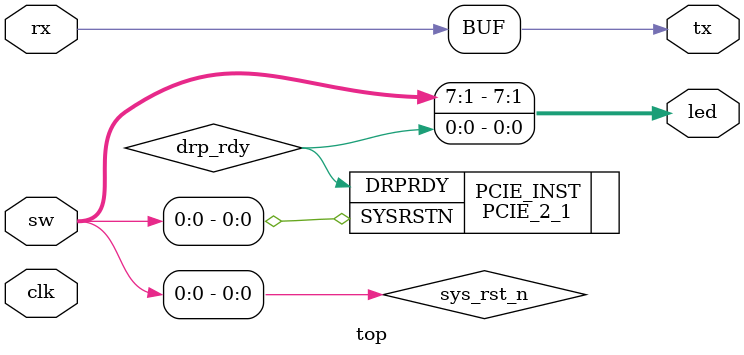
<source format=v>
module top(
  input  wire clk,
  input  wire rx,
  output wire tx,
  input  wire [7:0] sw,
  output wire [7:0] led
);
    assign led[7:1] = sw[7:1];
    assign rx = tx;
    
    wire drp_rdy, sys_rst_n;
    assign sys_rst_n = sw[0];
    assign led[0] = drp_rdy;
    
    PCIE_2_1 #(
        .LINK_CAP_MAX_LINK_WIDTH(8)
    ) PCIE_INST (
        .DRPRDY(drp_rdy),
        .SYSRSTN(sys_rst_n)
    );

endmodule

</source>
